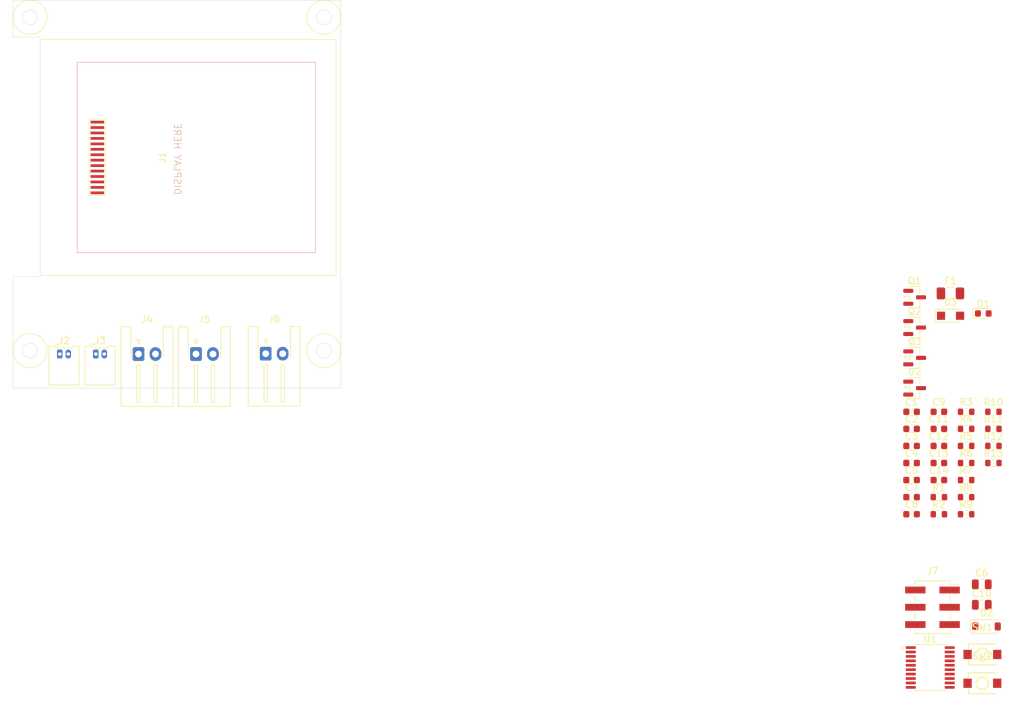
<source format=kicad_pcb>
(kicad_pcb (version 20241229) (generator "pcbnew") (generator_version "9.0")
  (layers (0 "F.Cu" signal) (2 "B.Cu" signal) (13 "F.Paste" user) (15 "B.Paste" user) (5 "F.SilkS" user "F.Silkscreen") (7 "B.SilkS" user "B.Silkscreen") (1 "F.Mask" user) (3 "B.Mask" user) (25 "Edge.Cuts" user))
  (net 0 "")
  (net 1 "GND")
  (net 2 "B2")
  (net 3 "B1")
  (net 4 "+3.3V")
  (net 5 "+24V")
  (net 6 "heatNTC")
  (net 7 "airNTC")
  (net 8 "Net-(D1-K)")
  (net 9 "Led")
  (net 10 "Net-(D2-A)")
  (net 11 "Net-(D2-K)")
  (net 12 "Net-(D3-K)")
  (net 13 "Net-(J6-Pin_1)")
  (net 15 "RET")
  (net 17 "A0")
  (net 18 "SCK")
  (net 19 "MOSI")
  (net 20 "CS")
  (net 21 "Net-(J2-Pin_1)")
  (net 22 "Net-(J3-Pin_1)")
  (net 23 "fCon")
  (net 24 "hCon")
  (net 25 "NRST")
  (net 26 "SWDIO")
  (net 27 "SWCLK")
  (net 28 "Net-(Q1-G)")
  (net 29 "Net-(Q2-G)")
  (net 30 "Net-(Q3-G)")
  (net 31 "Heater")
  (net 32 "Fan")
  (net 33 "BL")
  (footprint "Resistor_SMD:R_0603_1608Metric" (layer "F.Cu") (at 200.13 80.49)
    (property "Reference" "R3" (at 0 -1.43 0) (layer "F.SilkS"))
    (property "Value" "100k")
    (fp_line (start -0.237258 -0.5225) (end 0.237258 -0.5225) (stroke (width 0.12)) (layer "F.SilkS"))
    (fp_line (start -0.237258 0.5225) (end 0.237258 0.5225) (stroke (width 0.12)) (layer "F.SilkS"))
    (pad "1" smd roundrect (at -0.825 0) (size 0.8 0.95) (layers "F.Cu" "F.Mask" "F.Paste") (net 1 "GND"))
    (pad "2" smd roundrect (at 0.825 0) (size 0.8 0.95) (layers "F.Cu" "F.Mask" "F.Paste") (net 28 "Net-(Q1-G)"))
  )
  (footprint "Diode_SMD:Nexperia_CFP3_SOD-123W" (layer "F.Cu") (at 197.835 66.37)
    (property "Reference" "D3" (at 0 -2 0) (layer "F.SilkS"))
    (property "Value" "1N4007W")
    (fp_line (start -2.26 -0.95) (end -2.26 0.95) (stroke (width 0.12)) (layer "F.SilkS"))
    (fp_line (start -2.26 -0.95) (end 1.4 -0.95) (stroke (width 0.12)) (layer "F.SilkS"))
    (fp_line (start -2.26 0.95) (end 1.4 0.95) (stroke (width 0.12)) (layer "F.SilkS"))
    (pad "1" smd rect (at -1.4 0) (size 1.2 1.2) (layers "F.Cu" "F.Mask" "F.Paste") (net 12 "Net-(D3-K)"))
    (pad "2" smd rect (at 1.4 0) (size 1.2 1.2) (layers "F.Cu" "F.Mask" "F.Paste") (net 5 "+24V"))
  )
  (footprint "Package_SO:TSSOP-20_4.4x6.5mm_P0.65mm" (layer "F.Cu") (at 194.855 118.08)
    (property "Reference" "U1" (at 0 -4.2 0) (layer "F.SilkS"))
    (property "Value" "STM32C011F4Px")
    (fp_line (start -2.31 -3.385) (end 2.31 -3.385) (stroke (width 0.12)) (layer "F.SilkS"))
    (fp_line (start 2.31 3.385) (end -2.31 3.385) (stroke (width 0.12)) (layer "F.SilkS"))
    (fp_poly (pts (xy -3.86 -2.93) (xy -4.19 -2.69) (xy -4.19 -3.17)) (stroke (width 0.12)) (fill yes) (layer "F.SilkS"))
    (pad "1" smd roundrect (at -2.8625 -2.925) (size 1.475 0.4) (layers "F.Cu" "F.Mask" "F.Paste") (net 20 "CS"))
    (pad "2" smd roundrect (at -2.8625 -2.275) (size 1.475 0.4) (layers "F.Cu" "F.Mask" "F.Paste") (net 15 "RET"))
    (pad "3" smd roundrect (at -2.8625 -1.625) (size 1.475 0.4) (layers "F.Cu" "F.Mask" "F.Paste"))
    (pad "4" smd roundrect (at -2.8625 -0.975) (size 1.475 0.4) (layers "F.Cu" "F.Mask" "F.Paste") (net 4 "+3.3V"))
    (pad "5" smd roundrect (at -2.8625 -0.325) (size 1.475 0.4) (layers "F.Cu" "F.Mask" "F.Paste") (net 1 "GND"))
    (pad "6" smd roundrect (at -2.8625 0.325) (size 1.475 0.4) (layers "F.Cu" "F.Mask" "F.Paste") (net 25 "NRST"))
    (pad "7" smd roundrect (at -2.8625 0.975) (size 1.475 0.4) (layers "F.Cu" "F.Mask" "F.Paste") (net 31 "Heater"))
    (pad "8" smd roundrect (at -2.8625 1.625) (size 1.475 0.4) (layers "F.Cu" "F.Mask" "F.Paste") (net 32 "Fan"))
    (pad "9" smd roundrect (at -2.8625 2.275) (size 1.475 0.4) (layers "F.Cu" "F.Mask" "F.Paste") (net 9 "Led"))
    (pad "10" smd roundrect (at -2.8625 2.925) (size 1.475 0.4) (layers "F.Cu" "F.Mask" "F.Paste") (net 17 "A0"))
    (pad "11" smd roundrect (at 2.8625 2.925) (size 1.475 0.4) (layers "F.Cu" "F.Mask" "F.Paste") (net 3 "B1"))
    (pad "12" smd roundrect (at 2.8625 2.275) (size 1.475 0.4) (layers "F.Cu" "F.Mask" "F.Paste") (net 2 "B2"))
    (pad "13" smd roundrect (at 2.8625 1.625) (size 1.475 0.4) (layers "F.Cu" "F.Mask" "F.Paste"))
    (pad "14" smd roundrect (at 2.8625 0.975) (size 1.475 0.4) (layers "F.Cu" "F.Mask" "F.Paste") (net 19 "MOSI"))
    (pad "15" smd roundrect (at 2.8625 0.325) (size 1.475 0.4) (layers "F.Cu" "F.Mask" "F.Paste") (net 33 "BL"))
    (pad "16" smd roundrect (at 2.8625 -0.325) (size 1.475 0.4) (layers "F.Cu" "F.Mask" "F.Paste") (net 7 "airNTC"))
    (pad "17" smd roundrect (at 2.8625 -0.975) (size 1.475 0.4) (layers "F.Cu" "F.Mask" "F.Paste") (net 6 "heatNTC"))
    (pad "18" smd roundrect (at 2.8625 -1.625) (size 1.475 0.4) (layers "F.Cu" "F.Mask" "F.Paste") (net 26 "SWDIO"))
    (pad "19" smd roundrect (at 2.8625 -2.275) (size 1.475 0.4) (layers "F.Cu" "F.Mask" "F.Paste") (net 27 "SWCLK"))
    (pad "20" smd roundrect (at 2.8625 -2.925) (size 1.475 0.4) (layers "F.Cu" "F.Mask" "F.Paste") (net 18 "SCK"))
  )
  (footprint "Connector_JST:JST_XH_S2B-XH-A-1_1x02_P2.50mm_Horizontal" (layer "F.Cu") (at 78.45 72)
    (property "Reference" "J4" (at 1.25 -5.1 0) (layer "F.SilkS"))
    (property "Value" "Fan")
    (fp_line (start -2.56 -4.01) (end -1.14 -4.01) (stroke (width 0.12)) (layer "F.SilkS"))
    (fp_line (start -2.56 7.71) (end -2.56 -4.01) (stroke (width 0.12)) (layer "F.SilkS"))
    (fp_line (start -1.14 -4.01) (end -1.14 0.49) (stroke (width 0.12)) (layer "F.SilkS"))
    (fp_line (start -0.3 -2.1) (end 0.3 -2.1) (stroke (width 0.12)) (layer "F.SilkS"))
    (fp_line (start -0.25 1.6) (end -0.25 7.1) (stroke (width 0.12)) (layer "F.SilkS"))
    (fp_line (start -0.25 7.1) (end 0.25 7.1) (stroke (width 0.12)) (layer "F.SilkS"))
    (fp_line (start 0 -1.5) (end -0.3 -2.1) (stroke (width 0.12)) (layer "F.SilkS"))
    (fp_line (start 0.25 1.6) (end -0.25 1.6) (stroke (width 0.12)) (layer "F.SilkS"))
    (fp_line (start 0.25 7.1) (end 0.25 1.6) (stroke (width 0.12)) (layer "F.SilkS"))
    (fp_line (start 0.3 -2.1) (end 0 -1.5) (stroke (width 0.12)) (layer "F.SilkS"))
    (fp_line (start 1.25 7.71) (end -2.56 7.71) (stroke (width 0.12)) (layer "F.SilkS"))
    (fp_line (start 1.25 7.71) (end 5.06 7.71) (stroke (width 0.12)) (layer "F.SilkS"))
    (fp_line (start 2.25 1.6) (end 2.25 7.1) (stroke (width 0.12)) (layer "F.SilkS"))
    (fp_line (start 2.25 7.1) (end 2.75 7.1) (stroke (width 0.12)) (layer "F.SilkS"))
    (fp_line (start 2.75 1.6) (end 2.25 1.6) (stroke (width 0.12)) (layer "F.SilkS"))
    (fp_line (start 2.75 7.1) (end 2.75 1.6) (stroke (width 0.12)) (layer "F.SilkS"))
    (fp_line (start 3.64 -4.01) (end 3.64 0.49) (stroke (width 0.12)) (layer "F.SilkS"))
    (fp_line (start 5.06 -4.01) (end 3.64 -4.01) (stroke (width 0.12)) (layer "F.SilkS"))
    (fp_line (start 5.06 7.71) (end 5.06 -4.01) (stroke (width 0.12)) (layer "F.SilkS"))
    (pad "1" thru_hole roundrect (at 0 0) (size 1.7 2) (drill 1) (layers "*.Cu" "*.Mask") (roundrect_rratio 0.147059) (net 5 "+24V"))
    (pad "2" thru_hole oval (at 2.5 0) (size 1.7 2) (drill 1) (layers "*.Cu" "*.Mask") (net 23 "fCon"))
  )
  (footprint "Package_TO_SOT_SMD:SOT-23" (layer "F.Cu") (at 192.56 72.56)
    (property "Reference" "Q3" (at 0 -2.4 0) (layer "F.SilkS"))
    (property "Value" "AO3400A")
    (fp_line (start -0.76 -1.56) (end 0.76 -1.56) (stroke (width 0.12)) (layer "F.SilkS"))
    (fp_line (start -0.76 -1.51) (end -0.76 -1.56) (stroke (width 0.12)) (layer "F.SilkS"))
    (fp_line (start -0.76 0.39) (end -0.76 -0.39) (stroke (width 0.12)) (layer "F.SilkS"))
    (fp_line (start -0.76 1.56) (end -0.76 1.51) (stroke (width 0.12)) (layer "F.SilkS"))
    (fp_line (start 0.76 -1.56) (end 0.76 -0.56) (stroke (width 0.12)) (layer "F.SilkS"))
    (fp_line (start 0.76 0.56) (end 0.76 1.56) (stroke (width 0.12)) (layer "F.SilkS"))
    (fp_line (start 0.76 1.56) (end -0.76 1.56) (stroke (width 0.12)) (layer "F.SilkS"))
    (fp_poly (pts (xy -1.3 -0.38) (xy -1.06 -0.05) (xy -1.54 -0.05)) (stroke (width 0.12)) (fill yes) (layer "F.SilkS"))
    (pad "1" smd roundrect (at -0.9375 -0.95) (size 1.475 0.6) (layers "F.Cu" "F.Mask" "F.Paste") (net 30 "Net-(Q3-G)"))
    (pad "2" smd roundrect (at -0.9375 0.95) (size 1.475 0.6) (layers "F.Cu" "F.Mask" "F.Paste") (net 1 "GND"))
    (pad "3" smd roundrect (at 0.9375 0) (size 1.475 0.6) (layers "F.Cu" "F.Mask" "F.Paste") (net 11 "Net-(D2-K)"))
  )
  (footprint "Connector_Molex:Molex_PicoBlade_53048-0210_1x02_P1.25mm_Horizontal" (layer "F.Cu") (at 72.175 72)
    (property "Reference" "J3" (at 0.62 -1.95 0) (layer "F.SilkS"))
    (property "Value" "hNTC")
    (fp_line (start -1.61 -1.16) (end -1.61 4.56) (stroke (width 0.12)) (layer "F.SilkS"))
    (fp_line (start -1.61 4.56) (end 0.625 4.56) (stroke (width 0.12)) (layer "F.SilkS"))
    (fp_line (start -0.54 -1.16) (end -1.61 -1.16) (stroke (width 0.12)) (layer "F.SilkS"))
    (fp_line (start -0.54 -0.86) (end -0.54 -1.16) (stroke (width 0.12)) (layer "F.SilkS"))
    (fp_line (start -0.25 -1.45) (end -0.75 -1.45) (stroke (width 0.12)) (layer "F.SilkS"))
    (fp_line (start -0.25 -1.15) (end -0.25 -1.45) (stroke (width 0.12)) (layer "F.SilkS"))
    (fp_line (start 0.625 -0.86) (end -0.54 -0.86) (stroke (width 0.12)) (layer "F.SilkS"))
    (fp_line (start 0.625 -0.86) (end 1.79 -0.86) (stroke (width 0.12)) (layer "F.SilkS"))
    (fp_line (start 1.79 -1.16) (end 2.86 -1.16) (stroke (width 0.12)) (layer "F.SilkS"))
    (fp_line (start 1.79 -0.86) (end 1.79 -1.16) (stroke (width 0.12)) (layer "F.SilkS"))
    (fp_line (start 2.86 -1.16) (end 2.86 4.56) (stroke (width 0.12)) (layer "F.SilkS"))
    (fp_line (start 2.86 4.56) (end 0.625 4.56) (stroke (width 0.12)) (layer "F.SilkS"))
    (pad "1" thru_hole roundrect (at 0 0) (size 0.8 1.3) (drill 0.5) (layers "*.Cu" "*.Mask") (net 22 "Net-(J3-Pin_1)"))
    (pad "2" thru_hole oval (at 1.25 0) (size 0.8 1.3) (drill 0.5) (layers "*.Cu" "*.Mask") (net 1 "GND"))
  )
  (footprint "Resistor_SMD:R_0603_1608Metric" (layer "F.Cu") (at 200.13 90.53)
    (property "Reference" "R7" (at 0 -1.43 0) (layer "F.SilkS"))
    (property "Value" "100k")
    (fp_line (start -0.237258 -0.5225) (end 0.237258 -0.5225) (stroke (width 0.12)) (layer "F.SilkS"))
    (fp_line (start -0.237258 0.5225) (end 0.237258 0.5225) (stroke (width 0.12)) (layer "F.SilkS"))
    (pad "1" smd roundrect (at -0.825 0) (size 0.8 0.95) (layers "F.Cu" "F.Mask" "F.Paste") (net 4 "+3.3V"))
    (pad "2" smd roundrect (at 0.825 0) (size 0.8 0.95) (layers "F.Cu" "F.Mask" "F.Paste") (net 6 "heatNTC"))
  )
  (footprint "Connector_PinSocket_2.54mm:PinSocket_2x03_P2.54mm_Vertical_SMD" (layer "F.Cu") (at 195.18 109.23)
    (property "Reference" "J7" (at 0 -5.31 0) (layer "F.SilkS"))
    (property "Value" "Conn_02x03_Counter_Clockwise")
    (fp_line (start -2.6 -3.87) (end -2.6 -3.3) (stroke (width 0.12)) (layer "F.SilkS"))
    (fp_line (start -2.6 -3.87) (end 2.6 -3.87) (stroke (width 0.12)) (layer "F.SilkS"))
    (fp_line (start -2.6 -1.78) (end -2.6 -0.76) (stroke (width 0.12)) (layer "F.SilkS"))
    (fp_line (start -2.6 0.76) (end -2.6 1.78) (stroke (width 0.12)) (layer "F.SilkS"))
    (fp_line (start -2.6 3.3) (end -2.6 3.87) (stroke (width 0.12)) (layer "F.SilkS"))
    (fp_line (start -2.6 3.87) (end 2.6 3.87) (stroke (width 0.12)) (layer "F.SilkS"))
    (fp_line (start 2.6 -3.87) (end 2.6 -3.3) (stroke (width 0.12)) (layer "F.SilkS"))
    (fp_line (start 2.6 -3.3) (end 3.96 -3.3) (stroke (width 0.12)) (layer "F.SilkS"))
    (fp_line (start 2.6 -1.78) (end 2.6 -0.76) (stroke (width 0.12)) (layer "F.SilkS"))
    (fp_line (start 2.6 0.76) (end 2.6 1.78) (stroke (width 0.12)) (layer "F.SilkS"))
    (fp_line (start 2.6 3.3) (end 2.6 3.87) (stroke (width 0.12)) (layer "F.SilkS"))
    (pad "1" smd rect (at 2.52 -2.54) (size 3 1) (layers "F.Cu" "F.Mask" "F.Paste") (net 1 "GND"))
    (pad "2" smd rect (at -2.52 -2.54) (size 3 1) (layers "F.Cu" "F.Mask" "F.Paste") (net 1 "GND"))
    (pad "3" smd rect (at 2.52 0) (size 3 1) (layers "F.Cu" "F.Mask" "F.Paste") (net 4 "+3.3V"))
    (pad "4" smd rect (at -2.52 0) (size 3 1) (layers "F.Cu" "F.Mask" "F.Paste") (net 26 "SWDIO"))
    (pad "5" smd rect (at 2.52 2.54) (size 3 1) (layers "F.Cu" "F.Mask" "F.Paste") (net 27 "SWCLK"))
    (pad "6" smd rect (at -2.52 2.54) (size 3 1) (layers "F.Cu" "F.Mask" "F.Paste") (net 25 "NRST"))
  )
  (footprint "Package_TO_SOT_SMD:SOT-23" (layer "F.Cu") (at 192.56 77.01)
    (property "Reference" "U2" (at 0 -2.4 0) (layer "F.SilkS"))
    (property "Value" "AP7381-33SA-7")
    (fp_line (start -0.76 -1.56) (end 0.76 -1.56) (stroke (width 0.12)) (layer "F.SilkS"))
    (fp_line (start -0.76 -1.51) (end -0.76 -1.56) (stroke (width 0.12)) (layer "F.SilkS"))
    (fp_line (start -0.76 0.39) (end -0.76 -0.39) (stroke (width 0.12)) (layer "F.SilkS"))
    (fp_line (start -0.76 1.56) (end -0.76 1.51) (stroke (width 0.12)) (layer "F.SilkS"))
    (fp_line (start 0.76 -1.56) (end 0.76 -0.56) (stroke (width 0.12)) (layer "F.SilkS"))
    (fp_line (start 0.76 0.56) (end 0.76 1.56) (stroke (width 0.12)) (layer "F.SilkS"))
    (fp_line (start 0.76 1.56) (end -0.76 1.56) (stroke (width 0.12)) (layer "F.SilkS"))
    (fp_poly (pts (xy -1.3 -0.38) (xy -1.06 -0.05) (xy -1.54 -0.05)) (stroke (width 0.12)) (fill yes) (layer "F.SilkS"))
    (pad "1" smd roundrect (at -0.9375 -0.95) (size 1.475 0.6) (layers "F.Cu" "F.Mask" "F.Paste") (net 12 "Net-(D3-K)"))
    (pad "2" smd roundrect (at -0.9375 0.95) (size 1.475 0.6) (layers "F.Cu" "F.Mask" "F.Paste") (net 4 "+3.3V"))
    (pad "3" smd roundrect (at 0.9375 0) (size 1.475 0.6) (layers "F.Cu" "F.Mask" "F.Paste") (net 1 "GND"))
  )
  (footprint "Connector_JST:JST_XH_S2B-XH-A-1_1x02_P2.50mm_Horizontal" (layer "F.Cu") (at 97.15 71.95)
    (property "Reference" "J6" (at 1.25 -5.1 0) (layer "F.SilkS"))
    (property "Value" "Power")
    (fp_line (start -2.56 -4.01) (end -1.14 -4.01) (stroke (width 0.12)) (layer "F.SilkS"))
    (fp_line (start -2.56 7.71) (end -2.56 -4.01) (stroke (width 0.12)) (layer "F.SilkS"))
    (fp_line (start -1.14 -4.01) (end -1.14 0.49) (stroke (width 0.12)) (layer "F.SilkS"))
    (fp_line (start -0.3 -2.1) (end 0.3 -2.1) (stroke (width 0.12)) (layer "F.SilkS"))
    (fp_line (start -0.25 1.6) (end -0.25 7.1) (stroke (width 0.12)) (layer "F.SilkS"))
    (fp_line (start -0.25 7.1) (end 0.25 7.1) (stroke (width 0.12)) (layer "F.SilkS"))
    (fp_line (start 0 -1.5) (end -0.3 -2.1) (stroke (width 0.12)) (layer "F.SilkS"))
    (fp_line (start 0.25 1.6) (end -0.25 1.6) (stroke (width 0.12)) (layer "F.SilkS"))
    (fp_line (start 0.25 7.1) (end 0.25 1.6) (stroke (width 0.12)) (layer "F.SilkS"))
    (fp_line (start 0.3 -2.1) (end 0 -1.5) (stroke (width 0.12)) (layer "F.SilkS"))
    (fp_line (start 1.25 7.71) (end -2.56 7.71) (stroke (width 0.12)) (layer "F.SilkS"))
    (fp_line (start 1.25 7.71) (end 5.06 7.71) (stroke (width 0.12)) (layer "F.SilkS"))
    (fp_line (start 2.25 1.6) (end 2.25 7.1) (stroke (width 0.12)) (layer "F.SilkS"))
    (fp_line (start 2.25 7.1) (end 2.75 7.1) (stroke (width 0.12)) (layer "F.SilkS"))
    (fp_line (start 2.75 1.6) (end 2.25 1.6) (stroke (width 0.12)) (layer "F.SilkS"))
    (fp_line (start 2.75 7.1) (end 2.75 1.6) (stroke (width 0.12)) (layer "F.SilkS"))
    (fp_line (start 3.64 -4.01) (end 3.64 0.49) (stroke (width 0.12)) (layer "F.SilkS"))
    (fp_line (start 5.06 -4.01) (end 3.64 -4.01) (stroke (width 0.12)) (layer "F.SilkS"))
    (fp_line (start 5.06 7.71) (end 5.06 -4.01) (stroke (width 0.12)) (layer "F.SilkS"))
    (pad "1" thru_hole roundrect (at 0 0) (size 1.7 2) (drill 1) (layers "*.Cu" "*.Mask") (roundrect_rratio 0.147059) (net 13 "Net-(J6-Pin_1)"))
    (pad "2" thru_hole oval (at 2.5 0) (size 1.7 2) (drill 1) (layers "*.Cu" "*.Mask") (net 1 "GND"))
  )
  (footprint "Capacitor_SMD:C_0603_1608Metric" (layer "F.Cu") (at 192.11 90.53)
    (property "Reference" "C5" (at 0 -1.43 0) (layer "F.SilkS"))
    (property "Value" "100nF")
    (fp_line (start -0.14058 -0.51) (end 0.14058 -0.51) (stroke (width 0.12)) (layer "F.SilkS"))
    (fp_line (start -0.14058 0.51) (end 0.14058 0.51) (stroke (width 0.12)) (layer "F.SilkS"))
    (pad "1" smd roundrect (at -0.775 0) (size 0.9 0.95) (layers "F.Cu" "F.Mask" "F.Paste") (net 5 "+24V"))
    (pad "2" smd roundrect (at 0.775 0) (size 0.9 0.95) (layers "F.Cu" "F.Mask" "F.Paste") (net 1 "GND"))
  )
  (footprint "Resistor_SMD:R_0603_1608Metric" (layer "F.Cu") (at 196.12 95.55)
    (property "Reference" "R2" (at 0 -1.43 0) (layer "F.SilkS"))
    (property "Value" "100")
    (fp_line (start -0.237258 -0.5225) (end 0.237258 -0.5225) (stroke (width 0.12)) (layer "F.SilkS"))
    (fp_line (start -0.237258 0.5225) (end 0.237258 0.5225) (stroke (width 0.12)) (layer "F.SilkS"))
    (pad "1" smd roundrect (at -0.825 0) (size 0.8 0.95) (layers "F.Cu" "F.Mask" "F.Paste") (net 28 "Net-(Q1-G)"))
    (pad "2" smd roundrect (at 0.825 0) (size 0.8 0.95) (layers "F.Cu" "F.Mask" "F.Paste") (net 31 "Heater"))
  )
  (footprint "Capacitor_SMD:C_0603_1608Metric" (layer "F.Cu") (at 192.11 93.04)
    (property "Reference" "C7" (at 0 -1.43 0) (layer "F.SilkS"))
    (property "Value" "100nF")
    (fp_line (start -0.14058 -0.51) (end 0.14058 -0.51) (stroke (width 0.12)) (layer "F.SilkS"))
    (fp_line (start -0.14058 0.51) (end 0.14058 0.51) (stroke (width 0.12)) (layer "F.SilkS"))
    (pad "1" smd roundrect (at -0.775 0) (size 0.9 0.95) (layers "F.Cu" "F.Mask" "F.Paste") (net 4 "+3.3V"))
    (pad "2" smd roundrect (at 0.775 0) (size 0.9 0.95) (layers "F.Cu" "F.Mask" "F.Paste") (net 1 "GND"))
  )
  (footprint "Capacitor_SMD:C_0603_1608Metric" (layer "F.Cu") (at 192.11 95.55)
    (property "Reference" "C8" (at 0 -1.43 0) (layer "F.SilkS"))
    (property "Value" "1uF")
    (fp_line (start -0.14058 -0.51) (end 0.14058 -0.51) (stroke (width 0.12)) (layer "F.SilkS"))
    (fp_line (start -0.14058 0.51) (end 0.14058 0.51) (stroke (width 0.12)) (layer "F.SilkS"))
    (pad "1" smd roundrect (at -0.775 0) (size 0.9 0.95) (layers "F.Cu" "F.Mask" "F.Paste") (net 4 "+3.3V"))
    (pad "2" smd roundrect (at 0.775 0) (size 0.9 0.95) (layers "F.Cu" "F.Mask" "F.Paste") (net 1 "GND"))
  )
  (footprint "Capacitor_SMD:C_0603_1608Metric" (layer "F.Cu") (at 192.11 85.51)
    (property "Reference" "C3" (at 0 -1.43 0) (layer "F.SilkS"))
    (property "Value" "100nF")
    (fp_line (start -0.14058 -0.51) (end 0.14058 -0.51) (stroke (width 0.12)) (layer "F.SilkS"))
    (fp_line (start -0.14058 0.51) (end 0.14058 0.51) (stroke (width 0.12)) (layer "F.SilkS"))
    (pad "1" smd roundrect (at -0.775 0) (size 0.9 0.95) (layers "F.Cu" "F.Mask" "F.Paste") (net 4 "+3.3V"))
    (pad "2" smd roundrect (at 0.775 0) (size 0.9 0.95) (layers "F.Cu" "F.Mask" "F.Paste") (net 1 "GND"))
  )
  (footprint "Resistor_SMD:R_0603_1608Metric" (layer "F.Cu") (at 200.13 88.02)
    (property "Reference" "R6" (at 0 -1.43 0) (layer "F.SilkS"))
    (property "Value" "100")
    (fp_line (start -0.237258 -0.5225) (end 0.237258 -0.5225) (stroke (width 0.12)) (layer "F.SilkS"))
    (fp_line (start -0.237258 0.5225) (end 0.237258 0.5225) (stroke (width 0.12)) (layer "F.SilkS"))
    (pad "1" smd roundrect (at -0.825 0) (size 0.8 0.95) (layers "F.Cu" "F.Mask" "F.Paste") (net 29 "Net-(Q2-G)"))
    (pad "2" smd roundrect (at 0.825 0) (size 0.8 0.95) (layers "F.Cu" "F.Mask" "F.Paste") (net 32 "Fan"))
  )
  (footprint "LED_SMD:LED_0603_1608Metric" (layer "F.Cu") (at 202.65 66.04)
    (property "Reference" "D1" (at 0 -1.43 0) (layer "F.SilkS"))
    (property "Value" "LED")
    (fp_line (start -1.485 -0.735) (end -1.485 0.735) (stroke (width 0.12)) (layer "F.SilkS"))
    (fp_line (start -1.485 0.735) (end 0.8 0.735) (stroke (width 0.12)) (layer "F.SilkS"))
    (fp_line (start 0.8 -0.735) (end -1.485 -0.735) (stroke (width 0.12)) (layer "F.SilkS"))
    (pad "1" smd roundrect (at -0.7875 0) (size 0.875 0.95) (layers "F.Cu" "F.Mask" "F.Paste") (net 8 "Net-(D1-K)"))
    (pad "2" smd roundrect (at 0.7875 0) (size 0.875 0.95) (layers "F.Cu" "F.Mask" "F.Paste") (net 9 "Led"))
  )
  (footprint "Capacitor_SMD:C_0603_1608Metric" (layer "F.Cu") (at 196.12 88.02)
    (property "Reference" "C13" (at 0 -1.43 0) (layer "F.SilkS"))
    (property "Value" "1uF")
    (fp_line (start -0.14058 -0.51) (end 0.14058 -0.51) (stroke (width 0.12)) (layer "F.SilkS"))
    (fp_line (start -0.14058 0.51) (end 0.14058 0.51) (stroke (width 0.12)) (layer "F.SilkS"))
    (pad "1" smd roundrect (at -0.775 0) (size 0.9 0.95) (layers "F.Cu" "F.Mask" "F.Paste") (net 4 "+3.3V"))
    (pad "2" smd roundrect (at 0.775 0) (size 0.9 0.95) (layers "F.Cu" "F.Mask" "F.Paste") (net 1 "GND"))
  )
  (footprint "Fuse:Fuse_1206_3216Metric" (layer "F.Cu") (at 197.82 63.09)
    (property "Reference" "F1" (at 0 -1.83 0) (layer "F.SilkS"))
    (property "Value" "Fuse")
    (fp_line (start -0.602064 -0.91) (end 0.602064 -0.91) (stroke (width 0.12)) (layer "F.SilkS"))
    (fp_line (start -0.602064 0.91) (end 0.602064 0.91) (stroke (width 0.12)) (layer "F.SilkS"))
    (pad "1" smd roundrect (at -1.4 0) (size 1.25 1.75) (layers "F.Cu" "F.Mask" "F.Paste") (roundrect_rratio 0.2) (net 13 "Net-(J6-Pin_1)"))
    (pad "2" smd roundrect (at 1.4 0) (size 1.25 1.75) (layers "F.Cu" "F.Mask" "F.Paste") (roundrect_rratio 0.2) (net 5 "+24V"))
  )
  (footprint "Resistor_SMD:R_0603_1608Metric" (layer "F.Cu") (at 204.14 85.51)
    (property "Reference" "R12" (at 0 -1.43 0) (layer "F.SilkS"))
    (property "Value" "10k")
    (fp_line (start -0.237258 -0.5225) (end 0.237258 -0.5225) (stroke (width 0.12)) (layer "F.SilkS"))
    (fp_line (start -0.237258 0.5225) (end 0.237258 0.5225) (stroke (width 0.12)) (layer "F.SilkS"))
    (pad "1" smd roundrect (at -0.825 0) (size 0.8 0.95) (layers "F.Cu" "F.Mask" "F.Paste") (net 4 "+3.3V"))
    (pad "2" smd roundrect (at 0.825 0) (size 0.8 0.95) (layers "F.Cu" "F.Mask" "F.Paste") (net 25 "NRST"))
  )
  (footprint "Resistor_SMD:R_0603_1608Metric" (layer "F.Cu") (at 200.13 85.51)
    (property "Reference" "R5" (at 0 -1.43 0) (layer "F.SilkS"))
    (property "Value" "100k")
    (fp_line (start -0.237258 -0.5225) (end 0.237258 -0.5225) (stroke (width 0.12)) (layer "F.SilkS"))
    (fp_line (start -0.237258 0.5225) (end 0.237258 0.5225) (stroke (width 0.12)) (layer "F.SilkS"))
    (pad "1" smd roundrect (at -0.825 0) (size 0.8 0.95) (layers "F.Cu" "F.Mask" "F.Paste") (net 1 "GND"))
    (pad "2" smd roundrect (at 0.825 0) (size 0.8 0.95) (layers "F.Cu" "F.Mask" "F.Paste") (net 29 "Net-(Q2-G)"))
  )
  (footprint "Connector_JST:JST_XH_S2B-XH-A-1_1x02_P2.50mm_Horizontal" (layer "F.Cu") (at 86.9 72)
    (property "Reference" "J5" (at 1.25 -5.1 0) (layer "F.SilkS"))
    (property "Value" "HT")
    (fp_line (start -2.56 -4.01) (end -1.14 -4.01) (stroke (width 0.12)) (layer "F.SilkS"))
    (fp_line (start -2.56 7.71) (end -2.56 -4.01) (stroke (width 0.12)) (layer "F.SilkS"))
    (fp_line (start -1.14 -4.01) (end -1.14 0.49) (stroke (width 0.12)) (layer "F.SilkS"))
    (fp_line (start -0.3 -2.1) (end 0.3 -2.1) (stroke (width 0.12)) (layer "F.SilkS"))
    (fp_line (start -0.25 1.6) (end -0.25 7.1) (stroke (width 0.12)) (layer "F.SilkS"))
    (fp_line (start -0.25 7.1) (end 0.25 7.1) (stroke (width 0.12)) (layer "F.SilkS"))
    (fp_line (start 0 -1.5) (end -0.3 -2.1) (stroke (width 0.12)) (layer "F.SilkS"))
    (fp_line (start 0.25 1.6) (end -0.25 1.6) (stroke (width 0.12)) (layer "F.SilkS"))
    (fp_line (start 0.25 7.1) (end 0.25 1.6) (stroke (width 0.12)) (layer "F.SilkS"))
    (fp_line (start 0.3 -2.1) (end 0 -1.5) (stroke (width 0.12)) (layer "F.SilkS"))
    (fp_line (start 1.25 7.71) (end -2.56 7.71) (stroke (width 0.12)) (layer "F.SilkS"))
    (fp_line (start 1.25 7.71) (end 5.06 7.71) (stroke (width 0.12)) (layer "F.SilkS"))
    (fp_line (start 2.25 1.6) (end 2.25 7.1) (stroke (width 0.12)) (layer "F.SilkS"))
    (fp_line (start 2.25 7.1) (end 2.75 7.1) (stroke (width 0.12)) (layer "F.SilkS"))
    (fp_line (start 2.75 1.6) (end 2.25 1.6) (stroke (width 0.12)) (layer "F.SilkS"))
    (fp_line (start 2.75 7.1) (end 2.75 1.6) (stroke (width 0.12)) (layer "F.SilkS"))
    (fp_line (start 3.64 -4.01) (end 3.64 0.49) (stroke (width 0.12)) (layer "F.SilkS"))
    (fp_line (start 5.06 -4.01) (end 3.64 -4.01) (stroke (width 0.12)) (layer "F.SilkS"))
    (fp_line (start 5.06 7.71) (end 5.06 -4.01) (stroke (width 0.12)) (layer "F.SilkS"))
    (pad "1" thru_hole roundrect (at 0 0) (size 1.7 2) (drill 1) (layers "*.Cu" "*.Mask") (roundrect_rratio 0.147059) (net 5 "+24V"))
    (pad "2" thru_hole oval (at 2.5 0) (size 1.7 2) (drill 1) (layers "*.Cu" "*.Mask") (net 24 "hCon"))
  )
  (footprint "Extra:STP0177A-128160" (layer "F.Cu") (at 84.15 43.1 -90)
    (property "Reference" "J1" (at 0 2.15 90) (layer "F.SilkS"))
    (property "Value" "Conn_01x14")
    (fp_line (start 17.35 19.88) (end 17.35 -23.35) (stroke (width 0.1)) (layer "F.SilkS"))
    (fp_line (start -5.6 12.93) (end 5.6 12.93) (stroke (width 0.12)) (layer "F.SilkS"))
    (fp_line (start -5.6 12.93) (end -5.6 10.57) (stroke (width 0.12)) (layer "F.SilkS"))
    (fp_line (start 5.6 12.93) (end 5.6 10.57) (stroke (width 0.12)) (layer "F.SilkS"))
    (fp_line (start -5.6 10.57) (end 5.6 10.57) (stroke (width 0.12)) (layer "F.SilkS"))
    (fp_line (start -17.35 -23.35) (end -17.35 19.95) (stroke (width 0.1)) (layer "F.SilkS"))
    (fp_line (start 17.35 -23.35) (end -17.35 -23.35) (stroke (width 0.1)) (layer "F.SilkS"))
    (fp_rect (start -14 -20.3) (end 14 14.7) (stroke (width 0.1)) (fill no) (layer "B.SilkS"))
    (fp_text user "DISPLAY HERE" (at 5.57 0.56 270) (layer "B.SilkS") (effects (font (thickness 0.1)) (justify left bottom mirror)))
    (pad "1" smd rect (at -5.2 11.75 270) (size 0.4 2) (layers "F.Cu" "F.Mask" "F.Paste"))
    (pad "2" smd rect (at -4.4 11.75 270) (size 0.4 2) (layers "F.Cu" "F.Mask" "F.Paste") (net 1 "GND"))
    (pad "3" smd rect (at -3.6 11.75 270) (size 0.4 2) (layers "F.Cu" "F.Mask" "F.Paste") (net 10 "Net-(D2-A)"))
    (pad "4" smd rect (at -2.8 11.75 270) (size 0.4 2) (layers "F.Cu" "F.Mask" "F.Paste") (net 4 "+3.3V"))
    (pad "5" smd rect (at -2 11.75 270) (size 0.4 2) (layers "F.Cu" "F.Mask" "F.Paste") (net 1 "GND"))
    (pad "6" smd rect (at -1.2 11.75 270) (size 0.4 2) (layers "F.Cu" "F.Mask" "F.Paste") (net 15 "RET"))
    (pad "7" smd rect (at -0.4 11.75 270) (size 0.4 2) (layers "F.Cu" "F.Mask" "F.Paste") (net 17 "A0"))
    (pad "8" smd rect (at 0.4 11.75 270) (size 0.4 2) (layers "F.Cu" "F.Mask" "F.Paste") (net 19 "MOSI"))
    (pad "9" smd rect (at 1.2 11.75 270) (size 0.4 2) (layers "F.Cu" "F.Mask" "F.Paste") (net 18 "SCK"))
    (pad "10" smd rect (at 2 11.75 270) (size 0.4 2) (layers "F.Cu" "F.Mask" "F.Paste") (net 4 "+3.3V"))
    (pad "11" smd rect (at 2.8 11.75 270) (size 0.4 2) (layers "F.Cu" "F.Mask" "F.Paste") (net 4 "+3.3V"))
    (pad "12" smd rect (at 3.6 11.75 270) (size 0.4 2) (layers "F.Cu" "F.Mask" "F.Paste") (net 20 "CS"))
    (pad "13" smd rect (at 4.4 11.75 270) (size 0.4 2) (layers "F.Cu" "F.Mask" "F.Paste") (net 1 "GND"))
    (pad "14" smd rect (at 5.2 11.75 270) (size 0.4 2) (layers "F.Cu" "F.Mask" "F.Paste"))
  )
  (footprint "easyeda2kicad:SW-SMD_L3.9-W3.0-P4.45" (layer "F.Cu") (at 202.52 120.4)
    (property "Reference" "SW2" (at 0 -4 0) (layer "F.SilkS"))
    (property "Value" "CS1213AGF260")
    (fp_line (start -2.03 -1.54) (end -2.03 -0.88) (stroke (width 0.15)) (layer "F.SilkS"))
    (fp_line (start -2.03 1.54) (end -2.03 0.88) (stroke (width 0.15)) (layer "F.SilkS"))
    (fp_line (start 2.03 -1.54) (end -2.03 -1.54) (stroke (width 0.15)) (layer "F.SilkS"))
    (fp_line (start 2.03 1.54) (end -2.03 1.54) (stroke (width 0.15)) (layer "F.SilkS"))
    (fp_circle (center 0 0) (end 0.9 0) (stroke (width 0.25)) (fill no) (layer "F.SilkS"))
    (pad "1" smd rect (at -2.18 0) (size 1.23 1.36) (layers "F.Cu" "F.Mask" "F.Paste") (net 1 "GND"))
    (pad "2" smd rect (at 2.18 0) (size 1.23 1.36) (layers "F.Cu" "F.Mask" "F.Paste") (net 2 "B2"))
  )
  (footprint "Resistor_SMD:R_0603_1608Metric" (layer "F.Cu") (at 196.12 93.04)
    (property "Reference" "R1" (at 0 -1.43 0) (layer "F.SilkS"))
    (property "Value" "100")
    (fp_line (start -0.237258 -0.5225) (end 0.237258 -0.5225) (stroke (width 0.12)) (layer "F.SilkS"))
    (fp_line (start -0.237258 0.5225) (end 0.237258 0.5225) (stroke (width 0.12)) (layer "F.SilkS"))
    (pad "1" smd roundrect (at -0.825 0) (size 0.8 0.95) (layers "F.Cu" "F.Mask" "F.Paste") (net 7 "airNTC"))
    (pad "2" smd roundrect (at 0.825 0) (size 0.8 0.95) (layers "F.Cu" "F.Mask" "F.Paste") (net 21 "Net-(J2-Pin_1)"))
  )
  (footprint "Resistor_SMD:R_0603_1608Metric" (layer "F.Cu") (at 204.14 83)
    (property "Reference" "R11" (at 0 -1.43 0) (layer "F.SilkS"))
    (property "Value" "100")
    (fp_line (start -0.237258 -0.5225) (end 0.237258 -0.5225) (stroke (width 0.12)) (layer "F.SilkS"))
    (fp_line (start -0.237258 0.5225) (end 0.237258 0.5225) (stroke (width 0.12)) (layer "F.SilkS"))
    (pad "1" smd roundrect (at -0.825 0) (size 0.8 0.95) (layers "F.Cu" "F.Mask" "F.Paste") (net 6 "heatNTC"))
    (pad "2" smd roundrect (at 0.825 0) (size 0.8 0.95) (layers "F.Cu" "F.Mask" "F.Paste") (net 22 "Net-(J3-Pin_1)"))
  )
  (footprint "Capacitor_SMD:C_0603_1608Metric" (layer "F.Cu") (at 196.12 90.53)
    (property "Reference" "C14" (at 0 -1.43 0) (layer "F.SilkS"))
    (property "Value" "100nF")
    (fp_line (start -0.14058 -0.51) (end 0.14058 -0.51) (stroke (width 0.12)) (layer "F.SilkS"))
    (fp_line (start -0.14058 0.51) (end 0.14058 0.51) (stroke (width 0.12)) (layer "F.SilkS"))
    (pad "1" smd roundrect (at -0.775 0) (size 0.9 0.95) (layers "F.Cu" "F.Mask" "F.Paste") (net 4 "+3.3V"))
    (pad "2" smd roundrect (at 0.775 0) (size 0.9 0.95) (layers "F.Cu" "F.Mask" "F.Paste") (net 1 "GND"))
  )
  (footprint "Resistor_SMD:R_0603_1608Metric" (layer "F.Cu") (at 204.14 88.02)
    (property "Reference" "R13" (at 0 -1.43 0) (layer "F.SilkS"))
    (property "Value" "22")
    (fp_line (start -0.237258 -0.5225) (end 0.237258 -0.5225) (stroke (width 0.12)) (layer "F.SilkS"))
    (fp_line (start -0.237258 0.5225) (end 0.237258 0.5225) (stroke (width 0.12)) (layer "F.SilkS"))
    (pad "1" smd roundrect (at -0.825 0) (size 0.8 0.95) (layers "F.Cu" "F.Mask" "F.Paste") (net 10 "Net-(D2-A)"))
    (pad "2" smd roundrect (at 0.825 0) (size 0.8 0.95) (layers "F.Cu" "F.Mask" "F.Paste") (net 11 "Net-(D2-K)"))
  )
  (footprint "Capacitor_SMD:C_0603_1608Metric" (layer "F.Cu") (at 196.12 80.49)
    (property "Reference" "C9" (at 0 -1.43 0) (layer "F.SilkS"))
    (property "Value" "100nF")
    (fp_line (start -0.14058 -0.51) (end 0.14058 -0.51) (stroke (width 0.12)) (layer "F.SilkS"))
    (fp_line (start -0.14058 0.51) (end 0.14058 0.51) (stroke (width 0.12)) (layer "F.SilkS"))
    (pad "1" smd roundrect (at -0.775 0) (size 0.9 0.95) (layers "F.Cu" "F.Mask" "F.Paste") (net 5 "+24V"))
    (pad "2" smd roundrect (at 0.775 0) (size 0.9 0.95) (layers "F.Cu" "F.Mask" "F.Paste") (net 1 "GND"))
  )
  (footprint "Resistor_SMD:R_0603_1608Metric" (layer "F.Cu") (at 200.13 93.04)
    (property "Reference" "R8" (at 0 -1.43 0) (layer "F.SilkS"))
    (property "Value" "100k")
    (fp_line (start -0.237258 -0.5225) (end 0.237258 -0.5225) (stroke (width 0.12)) (layer "F.SilkS"))
    (fp_line (start -0.237258 0.5225) (end 0.237258 0.5225) (stroke (width 0.12)) (layer "F.SilkS"))
    (pad "1" smd roundrect (at -0.825 0) (size 0.8 0.95) (layers "F.Cu" "F.Mask" "F.Paste") (net 4 "+3.3V"))
    (pad "2" smd roundrect (at 0.825 0) (size 0.8 0.95) (layers "F.Cu" "F.Mask" "F.Paste") (net 7 "airNTC"))
  )
  (footprint "Resistor_SMD:R_0603_1608Metric" (layer "F.Cu") (at 200.13 95.55)
    (property "Reference" "R9" (at 0 -1.43 0) (layer "F.SilkS"))
    (property "Value" "100k")
    (fp_line (start -0.237258 -0.5225) (end 0.237258 -0.5225) (stroke (width 0.12)) (layer "F.SilkS"))
    (fp_line (start -0.237258 0.5225) (end 0.237258 0.5225) (stroke (width 0.12)) (layer "F.SilkS"))
    (pad "1" smd roundrect (at -0.825 0) (size 0.8 0.95) (layers "F.Cu" "F.Mask" "F.Paste") (net 1 "GND"))
    (pad "2" smd roundrect (at 0.825 0) (size 0.8 0.95) (layers "F.Cu" "F.Mask" "F.Paste") (net 30 "Net-(Q3-G)"))
  )
  (footprint "Resistor_SMD:R_0603_1608Metric" (layer "F.Cu") (at 200.13 83)
    (property "Reference" "R4" (at 0 -1.43 0) (layer "F.SilkS"))
    (property "Value" "470")
    (fp_line (start -0.237258 -0.5225) (end 0.237258 -0.5225) (stroke (width 0.12)) (layer "F.SilkS"))
    (fp_line (start -0.237258 0.5225) (end 0.237258 0.5225) (stroke (width 0.12)) (layer "F.SilkS"))
    (pad "1" smd roundrect (at -0.825 0) (size 0.8 0.95) (layers "F.Cu" "F.Mask" "F.Paste") (net 1 "GND"))
    (pad "2" smd roundrect (at 0.825 0) (size 0.8 0.95) (layers "F.Cu" "F.Mask" "F.Paste") (net 8 "Net-(D1-K)"))
  )
  (footprint "Resistor_SMD:R_0603_1608Metric" (layer "F.Cu") (at 204.14 80.49)
    (property "Reference" "R10" (at 0 -1.43 0) (layer "F.SilkS"))
    (property "Value" "100")
    (fp_line (start -0.237258 -0.5225) (end 0.237258 -0.5225) (stroke (width 0.12)) (layer "F.SilkS"))
    (fp_line (start -0.237258 0.5225) (end 0.237258 0.5225) (stroke (width 0.12)) (layer "F.SilkS"))
    (pad "1" smd roundrect (at -0.825 0) (size 0.8 0.95) (layers "F.Cu" "F.Mask" "F.Paste") (net 30 "Net-(Q3-G)"))
    (pad "2" smd roundrect (at 0.825 0) (size 0.8 0.95) (layers "F.Cu" "F.Mask" "F.Paste") (net 33 "BL"))
  )
  (footprint "easyeda2kicad:SW-SMD_L3.9-W3.0-P4.45" (layer "F.Cu") (at 202.52 116.17)
    (property "Reference" "SW1" (at 0 -4 0) (layer "F.SilkS"))
    (property "Value" "CS1213AGF260")
    (fp_line (start -2.03 -1.54) (end -2.03 -0.88) (stroke (width 0.15)) (layer "F.SilkS"))
    (fp_line (start -2.03 1.54) (end -2.03 0.88) (stroke (width 0.15)) (layer "F.SilkS"))
    (fp_line (start 2.03 -1.54) (end -2.03 -1.54) (stroke (width 0.15)) (layer "F.SilkS"))
    (fp_line (start 2.03 1.54) (end -2.03 1.54) (stroke (width 0.15)) (layer "F.SilkS"))
    (fp_circle (center 0 0) (end 0.9 0) (stroke (width 0.25)) (fill no) (layer "F.SilkS"))
    (pad "1" smd rect (at -2.18 0) (size 1.23 1.36) (layers "F.Cu" "F.Mask" "F.Paste") (net 1 "GND"))
    (pad "2" smd rect (at 2.18 0) (size 1.23 1.36) (layers "F.Cu" "F.Mask" "F.Paste") (net 3 "B1"))
  )
  (footprint "Capacitor_SMD:C_0603_1608Metric" (layer "F.Cu") (at 196.12 85.51)
    (property "Reference" "C12" (at 0 -1.43 0) (layer "F.SilkS"))
    (property "Value" "100nF")
    (fp_line (start -0.14058 -0.51) (end 0.14058 -0.51) (stroke (width 0.12)) (layer "F.SilkS"))
    (fp_line (start -0.14058 0.51) (end 0.14058 0.51) (stroke (width 0.12)) (layer "F.SilkS"))
    (pad "1" smd roundrect (at -0.775 0) (size 0.9 0.95) (layers "F.Cu" "F.Mask" "F.Paste") (net 7 "airNTC"))
    (pad "2" smd roundrect (at 0.775 0) (size 0.9 0.95) (layers "F.Cu" "F.Mask" "F.Paste") (net 1 "GND"))
  )
  (footprint "Package_TO_SOT_SMD:SOT-23" (layer "F.Cu") (at 192.56 63.66)
    (property "Reference" "Q1" (at 0 -2.4 0) (layer "F.SilkS"))
    (property "Value" "AO3400A")
    (fp_line (start -0.76 -1.56) (end 0.76 -1.56) (stroke (width 0.12)) (layer "F.SilkS"))
    (fp_line (start -0.76 -1.51) (end -0.76 -1.56) (stroke (width 0.12)) (layer "F.SilkS"))
    (fp_line (start -0.76 0.39) (end -0.76 -0.39) (stroke (width 0.12)) (layer "F.SilkS"))
    (fp_line (start -0.76 1.56) (end -0.76 1.51) (stroke (width 0.12)) (layer "F.SilkS"))
    (fp_line (start 0.76 -1.56) (end 0.76 -0.56) (stroke (width 0.12)) (layer "F.SilkS"))
    (fp_line (start 0.76 0.56) (end 0.76 1.56) (stroke (width 0.12)) (layer "F.SilkS"))
    (fp_line (start 0.76 1.56) (end -0.76 1.56) (stroke (width 0.12)) (layer "F.SilkS"))
    (fp_poly (pts (xy -1.3 -0.38) (xy -1.06 -0.05) (xy -1.54 -0.05)) (stroke (width 0.12)) (fill yes) (layer "F.SilkS"))
    (pad "1" smd roundrect (at -0.9375 -0.95) (size 1.475 0.6) (layers "F.Cu" "F.Mask" "F.Paste") (net 28 "Net-(Q1-G)"))
    (pad "2" smd roundrect (at -0.9375 0.95) (size 1.475 0.6) (layers "F.Cu" "F.Mask" "F.Paste") (net 1 "GND"))
    (pad "3" smd roundrect (at 0.9375 0) (size 1.475 0.6) (layers "F.Cu" "F.Mask" "F.Paste") (net 24 "hCon"))
  )
  (footprint "Capacitor_SMD:C_0805_2012Metric" (layer "F.Cu") (at 202.43 108.87)
    (property "Reference" "C10" (at 0 -1.68 0) (layer "F.SilkS"))
    (property "Value" "1uF")
    (fp_line (start -0.261252 -0.735) (end 0.261252 -0.735) (stroke (width 0.12)) (layer "F.SilkS"))
    (fp_line (start -0.261252 0.735) (end 0.261252 0.735) (stroke (width 0.12)) (layer "F.SilkS"))
    (pad "1" smd roundrect (at -0.95 0) (size 1 1.45) (layers "F.Cu" "F.Mask" "F.Paste") (net 5 "+24V"))
    (pad "2" smd roundrect (at 0.95 0) (size 1 1.45) (layers "F.Cu" "F.Mask" "F.Paste") (net 1 "GND"))
  )
  (footprint "Capacitor_SMD:C_0603_1608Metric" (layer "F.Cu") (at 192.11 83)
    (property "Reference" "C2" (at 0 -1.43 0) (layer "F.SilkS"))
    (property "Value" "100nF")
    (fp_line (start -0.14058 -0.51) (end 0.14058 -0.51) (stroke (width 0.12)) (layer "F.SilkS"))
    (fp_line (start -0.14058 0.51) (end 0.14058 0.51) (stroke (width 0.12)) (layer "F.SilkS"))
    (pad "1" smd roundrect (at -0.775 0) (size 0.9 0.95) (layers "F.Cu" "F.Mask" "F.Paste") (net 3 "B1"))
    (pad "2" smd roundrect (at 0.775 0) (size 0.9 0.95) (layers "F.Cu" "F.Mask" "F.Paste") (net 1 "GND"))
  )
  (footprint "Capacitor_SMD:C_0603_1608Metric" (layer "F.Cu") (at 196.12 83)
    (property "Reference" "C11" (at 0 -1.43 0) (layer "F.SilkS"))
    (property "Value" "100nF")
    (fp_line (start -0.14058 -0.51) (end 0.14058 -0.51) (stroke (width 0.12)) (layer "F.SilkS"))
    (fp_line (start -0.14058 0.51) (end 0.14058 0.51) (stroke (width 0.12)) (layer "F.SilkS"))
    (pad "1" smd roundrect (at -0.775 0) (size 0.9 0.95) (layers "F.Cu" "F.Mask" "F.Paste") (net 6 "heatNTC"))
    (pad "2" smd roundrect (at 0.775 0) (size 0.9 0.95) (layers "F.Cu" "F.Mask" "F.Paste") (net 1 "GND"))
  )
  (footprint "Connector_Molex:Molex_PicoBlade_53048-0210_1x02_P1.25mm_Horizontal" (layer "F.Cu") (at 66.875 72)
    (property "Reference" "J2" (at 0.62 -1.95 0) (layer "F.SilkS"))
    (property "Value" "aNTC")
    (fp_line (start -1.61 -1.16) (end -1.61 4.56) (stroke (width 0.12)) (layer "F.SilkS"))
    (fp_line (start -1.61 4.56) (end 0.625 4.56) (stroke (width 0.12)) (layer "F.SilkS"))
    (fp_line (start -0.54 -1.16) (end -1.61 -1.16) (stroke (width 0.12)) (layer "F.SilkS"))
    (fp_line (start -0.54 -0.86) (end -0.54 -1.16) (stroke (width 0.12)) (layer "F.SilkS"))
    (fp_line (start -0.25 -1.45) (end -0.75 -1.45) (stroke (width 0.12)) (layer "F.SilkS"))
    (fp_line (start -0.25 -1.15) (end -0.25 -1.45) (stroke (width 0.12)) (layer "F.SilkS"))
    (fp_line (start 0.625 -0.86) (end -0.54 -0.86) (stroke (width 0.12)) (layer "F.SilkS"))
    (fp_line (start 0.625 -0.86) (end 1.79 -0.86) (stroke (width 0.12)) (layer "F.SilkS"))
    (fp_line (start 1.79 -1.16) (end 2.86 -1.16) (stroke (width 0.12)) (layer "F.SilkS"))
    (fp_line (start 1.79 -0.86) (end 1.79 -1.16) (stroke (width 0.12)) (layer "F.SilkS"))
    (fp_line (start 2.86 -1.16) (end 2.86 4.56) (stroke (width 0.12)) (layer "F.SilkS"))
    (fp_line (start 2.86 4.56) (end 0.625 4.56) (stroke (width 0.12)) (layer "F.SilkS"))
    (pad "1" thru_hole roundrect (at 0 0) (size 0.8 1.3) (drill 0.5) (layers "*.Cu" "*.Mask") (net 21 "Net-(J2-Pin_1)"))
    (pad "2" thru_hole oval (at 1.25 0) (size 0.8 1.3) (drill 0.5) (layers "*.Cu" "*.Mask") (net 1 "GND"))
  )
  (footprint "Capacitor_SMD:C_0603_1608Metric" (layer "F.Cu") (at 192.11 88.02)
    (property "Reference" "C4" (at 0 -1.43 0) (layer "F.SilkS"))
    (property "Value" "1uF")
    (fp_line (start -0.14058 -0.51) (end 0.14058 -0.51) (stroke (width 0.12)) (layer "F.SilkS"))
    (fp_line (start -0.14058 0.51) (end 0.14058 0.51) (stroke (width 0.12)) (layer "F.SilkS"))
    (pad "1" smd roundrect (at -0.775 0) (size 0.9 0.95) (layers "F.Cu" "F.Mask" "F.Paste") (net 4 "+3.3V"))
    (pad "2" smd roundrect (at 0.775 0) (size 0.9 0.95) (layers "F.Cu" "F.Mask" "F.Paste") (net 1 "GND"))
  )
  (footprint "Diode_SMD:D_SOD-123" (layer "F.Cu") (at 203.125 112.05)
    (property "Reference" "D2" (at 0 -2 0) (layer "F.SilkS"))
    (property "Value" "NSI45030AT1G")
    (fp_line (start -2.36 -1) (end -2.36 1) (stroke (width 0.12)) (layer "F.SilkS"))
    (fp_line (start -2.36 -1) (end 1.65 -1) (stroke (width 0.12)) (layer "F.SilkS"))
    (fp_line (start -2.36 1) (end 1.65 1) (stroke (width 0.12)) (layer "F.SilkS"))
    (pad "1" smd roundrect (at -1.65 0) (size 0.9 1.2) (layers "F.Cu" "F.Mask" "F.Paste") (net 11 "Net-(D2-K)"))
    (pad "2" smd roundrect (at 1.65 0) (size 0.9 1.2) (layers "F.Cu" "F.Mask" "F.Paste") (net 10 "Net-(D2-A)"))
  )
  (footprint "Capacitor_SMD:C_0603_1608Metric" (layer "F.Cu") (at 192.11 80.49)
    (property "Reference" "C1" (at 0 -1.43 0) (layer "F.SilkS"))
    (property "Value" "100nF")
    (fp_line (start -0.14058 -0.51) (end 0.14058 -0.51) (stroke (width 0.12)) (layer "F.SilkS"))
    (fp_line (start -0.14058 0.51) (end 0.14058 0.51) (stroke (width 0.12)) (layer "F.SilkS"))
    (pad "1" smd roundrect (at -0.775 0) (size 0.9 0.95) (layers "F.Cu" "F.Mask" "F.Paste") (net 2 "B2"))
    (pad "2" smd roundrect (at 0.775 0) (size 0.9 0.95) (layers "F.Cu" "F.Mask" "F.Paste") (net 1 "GND"))
  )
  (footprint "Capacitor_SMD:C_0805_2012Metric" (layer "F.Cu") (at 202.43 105.86)
    (property "Reference" "C6" (at 0 -1.68 0) (layer "F.SilkS"))
    (property "Value" "1uF")
    (fp_line (start -0.261252 -0.735) (end 0.261252 -0.735) (stroke (width 0.12)) (layer "F.SilkS"))
    (fp_line (start -0.261252 0.735) (end 0.261252 0.735) (stroke (width 0.12)) (layer "F.SilkS"))
    (pad "1" smd roundrect (at -0.95 0) (size 1 1.45) (layers "F.Cu" "F.Mask" "F.Paste") (net 5 "+24V"))
    (pad "2" smd roundrect (at 0.95 0) (size 1 1.45) (layers "F.Cu" "F.Mask" "F.Paste") (net 1 "GND"))
  )
  (footprint "Package_TO_SOT_SMD:SOT-23" (layer "F.Cu") (at 192.56 68.11)
    (property "Reference" "Q2" (at 0 -2.4 0) (layer "F.SilkS"))
    (property "Value" "AO3400A")
    (fp_line (start -0.76 -1.56) (end 0.76 -1.56) (stroke (width 0.12)) (layer "F.SilkS"))
    (fp_line (start -0.76 -1.51) (end -0.76 -1.56) (stroke (width 0.12)) (layer "F.SilkS"))
    (fp_line (start -0.76 0.39) (end -0.76 -0.39) (stroke (width 0.12)) (layer "F.SilkS"))
    (fp_line (start -0.76 1.56) (end -0.76 1.51) (stroke (width 0.12)) (layer "F.SilkS"))
    (fp_line (start 0.76 -1.56) (end 0.76 -0.56) (stroke (width 0.12)) (layer "F.SilkS"))
    (fp_line (start 0.76 0.56) (end 0.76 1.56) (stroke (width 0.12)) (layer "F.SilkS"))
    (fp_line (start 0.76 1.56) (end -0.76 1.56) (stroke (width 0.12)) (layer "F.SilkS"))
    (fp_poly (pts (xy -1.3 -0.38) (xy -1.06 -0.05) (xy -1.54 -0.05)) (stroke (width 0.12)) (fill yes) (layer "F.SilkS"))
    (pad "1" smd roundrect (at -0.9375 -0.95) (size 1.475 0.6) (layers "F.Cu" "F.Mask" "F.Paste") (net 29 "Net-(Q2-G)"))
    (pad "2" smd roundrect (at -0.9375 0.95) (size 1.475 0.6) (layers "F.Cu" "F.Mask" "F.Paste") (net 1 "GND"))
    (pad "3" smd roundrect (at 0.9375 0) (size 1.475 0.6) (layers "F.Cu" "F.Mask" "F.Paste") (net 23 "fCon"))
  )
  (gr_circle (center 62.5 71.5) (end 62.5 69) (stroke (width 0.1)) (fill no) (layer "F.SilkS"))
  (gr_circle (center 62.5 22.5) (end 62.5 20) (stroke (width 0.1)) (fill no) (layer "F.SilkS"))
  (gr_circle (center 105.7 71.5) (end 105.7 69) (stroke (width 0.1)) (fill no) (layer "F.SilkS"))
  (gr_circle (center 105.7 22.5) (end 105.7 20) (stroke (width 0.1)) (fill no) (layer "F.SilkS"))
  (gr_circle (center 105.7 71.5) (end 106.8 71.5) (stroke (width 0.05)) (fill no) (layer "Edge.Cuts"))
  (gr_circle (center 62.5 71.5) (end 63.6 71.5) (stroke (width 0.05)) (fill no) (layer "Edge.Cuts"))
  (gr_circle (center 62.5 22.5) (end 63.6 22.5) (stroke (width 0.05)) (fill no) (layer "Edge.Cuts"))
  (gr_poly (pts (xy 60 25.4) (xy 60 20) (xy 108.2 20) (xy 108.2 77) (xy 60 77) (xy 60 60.6) (xy 64 60.6) (xy 64 25.4)) (stroke (width 0.05)) (fill no) (layer "Edge.Cuts"))
  (gr_circle (center 105.7 22.5) (end 106.8 22.5) (stroke (width 0.05)) (fill no) (layer "Edge.Cuts"))
)
</source>
